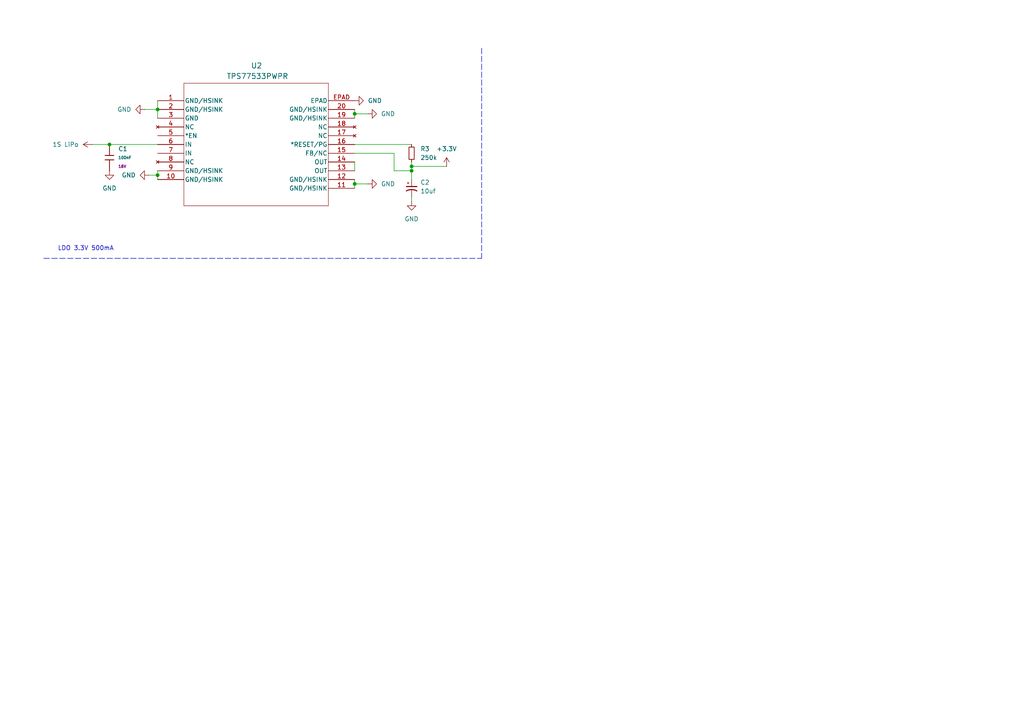
<source format=kicad_sch>
(kicad_sch (version 20250114) (generator "eeschema") (generator_version "9.0")
  (paper "A4")
  (lib_symbols
    (symbol "Device:C_Polarized_Small_US" (pin_numbers (hide yes)) (pin_names (offset 0.254) (hide yes))
      (property "Reference" "C" (at 0.254 1.778 0))
      (property "Value" "C_Polarized_Small_US" (at 0.254 -2.032 0))
      (symbol "C_Polarized_Small_US_0_1"
        (polyline (pts (xy -1.524 0.508) (xy 1.524 0.508)) (stroke (width 0.3048)))
        (polyline (pts (xy -1.27 1.524) (xy -0.762 1.524)))
        (polyline (pts (xy -1.016 1.27) (xy -1.016 1.778)))
        (arc (start -1.524 -0.762) (mid 0 -0.3734) (end 1.524 -0.762) (stroke (width 0.3048)))
      )
      (symbol "C_Polarized_Small_US_1_1"
        (pin passive line (at 0 2.54 270) (length 2.032) (name "~") (number "1"))
        (pin passive line (at 0 -2.54 90) (length 2.032) (name "~") (number "2"))
      )
    )
    (symbol "Device:R_Small" (pin_numbers (hide yes)) (pin_names (offset 0.254) (hide yes))
      (property "Reference" "R" (at 0.762 0.508 0))
      (property "Value" "R_Small" (at 0.762 -1.016 0))
      (symbol "R_Small_0_1"
        (rectangle (start -0.762 1.778) (end 0.762 -1.778) (stroke (width 0.2032)))
      )
      (symbol "R_Small_1_1"
        (pin passive line (at 0 2.54 270) (length 0.762) (name "~") (number "1"))
        (pin passive line (at 0 -2.54 90) (length 0.762) (name "~") (number "2"))
      )
    )
    (symbol "PCM_JLCPCB-Capacitors:0402,100nF" (pin_numbers (hide yes)) (pin_names (offset 0))
      (property "Reference" "C" (at 2.032 1.668 0))
      (property "Value" "100nF" (at 2.032 -0.3782 0))
      (property "Voltage Rated" "16V" (at 2.032 -2.0462 0))
      (symbol "0402,100nF_0_1"
        (polyline (pts (xy -1.27 0.635) (xy 1.27 0.635)) (stroke (width 0.254)))
        (polyline (pts (xy -1.27 -0.635) (xy 1.27 -0.635)) (stroke (width 0.254)))
      )
      (symbol "0402,100nF_1_1"
        (pin passive line (at 0 3.81 270) (length 3.175) (name "~") (number "1"))
        (pin passive line (at 0 -3.81 90) (length 3.175) (name "~") (number "2"))
      )
    )
    (symbol "TPS77533PWPR:TPS77533PWPR" (pin_names (offset 0.254))
      (property "Reference" "U2" (at 28.702 10.16 0))
      (property "Value" "TPS77533PWPR" (at 28.956 7.112 0))
      (symbol "TPS77533PWPR_0_1"
        (polyline (pts (xy 7.62 5.08) (xy 7.62 -30.48)) (stroke (width 0.127)))
        (polyline (pts (xy 7.62 -30.48) (xy 49.53 -30.48)) (stroke (width 0.127)))
        (polyline (pts (xy 49.53 5.08) (xy 7.62 5.08)) (stroke (width 0.127)))
        (polyline (pts (xy 49.53 -30.48) (xy 49.53 5.08)) (stroke (width 0.127)))
        (pin power_in line (at 0 0 0) (length 7.62) (name "GND/HSINK") (number "1"))
        (pin power_in line (at 0 -2.54 0) (length 7.62) (name "GND/HSINK") (number "2"))
        (pin power_in line (at 0 -5.08 0) (length 7.62) (name "GND") (number "3"))
        (pin no_connect line (at 0 -7.62 0) (length 7.62) (name "NC") (number "4"))
        (pin unspecified line (at 0 -10.16 0) (length 7.62) (name "*EN") (number "5"))
        (pin input line (at 0 -12.7 0) (length 7.62) (name "IN") (number "6"))
        (pin input line (at 0 -15.24 0) (length 7.62) (name "IN") (number "7"))
        (pin no_connect line (at 0 -17.78 0) (length 7.62) (name "NC") (number "8"))
        (pin power_in line (at 0 -20.32 0) (length 7.62) (name "GND/HSINK") (number "9"))
        (pin power_in line (at 0 -22.86 0) (length 7.62) (name "GND/HSINK") (number "10"))
        (pin unspecified line (at 57.15 0 180) (length 7.62) (name "EPAD") (number "EPAD"))
        (pin power_in line (at 57.15 -2.54 180) (length 7.62) (name "GND/HSINK") (number "20"))
        (pin power_in line (at 57.15 -5.08 180) (length 7.62) (name "GND/HSINK") (number "19"))
        (pin no_connect line (at 57.15 -7.62 180) (length 7.62) (name "NC") (number "18"))
        (pin no_connect line (at 57.15 -10.16 180) (length 7.62) (name "NC") (number "17"))
        (pin unspecified line (at 57.15 -12.7 180) (length 7.62) (name "*RESET/PG") (number "16"))
        (pin unspecified line (at 57.15 -15.24 180) (length 7.62) (name "FB/NC") (number "15"))
        (pin output line (at 57.15 -17.78 180) (length 7.62) (name "OUT") (number "14"))
        (pin output line (at 57.15 -20.32 180) (length 7.62) (name "OUT") (number "13"))
        (pin power_in line (at 57.15 -22.86 180) (length 7.62) (name "GND/HSINK") (number "12"))
        (pin power_in line (at 57.15 -25.4 180) (length 7.62) (name "GND/HSINK") (number "11"))
      )
    )
    (symbol "power:+3.3V" (power) (pin_numbers (hide yes)) (pin_names (offset 0) (hide yes))
      (property "Value" "+3.3V" (at 0 3.556 0))
      (symbol "+3.3V_0_1"
        (polyline (pts (xy -0.762 1.27) (xy 0 2.54)))
        (polyline (pts (xy 0 2.54) (xy 0.762 1.27)))
        (polyline (pts (xy 0 0) (xy 0 2.54)))
      )
      (symbol "+3.3V_1_1"
        (pin power_in line (at 0 0 90) (length 0) (name "~") (number "1"))
      )
    )
    (symbol "power:+3.3VP" (power) (pin_numbers (hide yes)) (pin_names (offset 0) (hide yes))
      (property "Value" "+3.3VP" (at 0 3.556 0))
      (symbol "+3.3VP_0_0"
        (pin power_in line (at 0 0 90) (length 0) (name "~") (number "1"))
      )
      (symbol "+3.3VP_0_1"
        (polyline (pts (xy -0.762 1.27) (xy 0 2.54)))
        (polyline (pts (xy 0 2.54) (xy 0.762 1.27)))
        (polyline (pts (xy 0 0) (xy 0 2.54)))
      )
    )
    (symbol "power:GND" (power) (pin_numbers (hide yes)) (pin_names (offset 0) (hide yes))
      (property "Value" "GND" (at 0 -3.81 0))
      (symbol "GND_0_1"
        (polyline (pts (xy 0 0) (xy 0 -1.27) (xy 1.27 -1.27) (xy 0 -2.54) (xy -1.27 -1.27) (xy 0 -1.27)))
      )
      (symbol "GND_1_1"
        (pin power_in line (at 0 0 270) (length 0) (name "~") (number "1"))
      )
    )
  )
  (text "LDO 3.3V 500mA\n" (at 24.892 72.136 0) (effects (font (size 1.27 1.27))))
  (junction (at 119.38 49.53))
  (junction (at 102.87 33.02))
  (junction (at 31.75 41.91))
  (junction (at 45.72 31.75))
  (junction (at 102.87 53.34))
  (junction (at 119.38 48.26))
  (junction (at 45.72 50.8))
  (wire (pts (xy 119.38 48.26) (xy 119.38 49.53)))
  (wire (pts (xy 102.87 41.91) (xy 119.38 41.91)))
  (polyline (pts (xy 139.7 13.97) (xy 139.7 74.93)) (stroke (width 0) (type dash)))
  (wire (pts (xy 45.72 29.21) (xy 45.72 31.75)))
  (wire (pts (xy 45.72 49.53) (xy 45.72 50.8)))
  (wire (pts (xy 102.87 53.34) (xy 102.87 52.07)))
  (wire (pts (xy 45.72 50.8) (xy 43.18 50.8)))
  (wire (pts (xy 102.87 33.02) (xy 102.87 34.29)))
  (wire (pts (xy 106.68 33.02) (xy 102.87 33.02)))
  (wire (pts (xy 102.87 53.34) (xy 102.87 54.61)))
  (wire (pts (xy 45.72 31.75) (xy 45.72 34.29)))
  (wire (pts (xy 26.67 41.91) (xy 31.75 41.91)))
  (wire (pts (xy 119.38 48.26) (xy 129.54 48.26)))
  (wire (pts (xy 41.91 31.75) (xy 45.72 31.75)))
  (wire (pts (xy 31.75 41.91) (xy 45.72 41.91)))
  (wire (pts (xy 102.87 53.34) (xy 106.68 53.34)))
  (wire (pts (xy 45.72 50.8) (xy 45.72 52.07)))
  (wire (pts (xy 119.38 46.99) (xy 119.38 48.26)))
  (wire (pts (xy 102.87 31.75) (xy 102.87 33.02)))
  (wire (pts (xy 114.3 44.45) (xy 114.3 49.53)))
  (wire (pts (xy 102.87 44.45) (xy 114.3 44.45)))
  (wire (pts (xy 114.3 49.53) (xy 119.38 49.53)))
  (wire (pts (xy 119.38 57.15) (xy 119.38 58.42)))
  (wire (pts (xy 102.87 46.99) (xy 102.87 49.53)))
  (wire (pts (xy 119.38 49.53) (xy 119.38 52.07)))
  (polyline (pts (xy 12.7 74.93) (xy 139.7 74.93)) (stroke (width 0) (type dash)))
  (symbol (lib_id "TPS77533PWPR:TPS77533PWPR") (at 45.72 29.21 0) (unit 1)
    (property "Reference" "U2" (at 74.422 19.05 0) (effects (font (size 1.524 1.524))))
    (property "Value" "TPS77533PWPR" (at 74.676 22.098 0) (effects (font (size 1.524 1.524))))
    (property "Footprint" "PWP20_3P38X2P4" (effects (hide yes)))
    (property "Datasheet" "TPS77533PWPR" (effects (hide yes)))
  )
  (symbol (lib_id "power:GND") (at 106.68 33.02 90) (unit 1)
    (property "Reference" "#PWR03" (effects (hide yes)))
    (property "Value" "GND" (at 110.49 33.0199 90) (effects (justify right)))
    (property "Description" "Power symbol creates a global label with name \"GND\" , ground" (effects (hide yes)))
  )
  (symbol (lib_id "power:GND") (at 119.38 58.42 0) (unit 1)
    (property "Reference" "#PWR07" (effects (hide yes)))
    (property "Value" "GND" (at 119.38 63.5 0))
    (property "Description" "Power symbol creates a global label with name \"GND\" , ground" (effects (hide yes)))
  )
  (symbol (lib_id "Device:R_Small") (at 119.38 44.45 0) (unit 1)
    (property "Reference" "R3" (at 121.92 43.1799 0) (effects (justify left)))
    (property "Value" "250k" (at 121.92 45.7199 0) (effects (justify left)))
    (property "Footprint" "PCM_JLCPCB:R_1206" (effects (hide yes)))
    (property "Description" "Viking Tech ARG06BTC2503N" (effects (hide yes)))
    (property "LCSC" "C2828893" (effects (hide yes)))
  )
  (symbol (lib_id "power:GND") (at 106.68 53.34 90) (unit 1)
    (property "Reference" "#PWR04" (effects (hide yes)))
    (property "Value" "GND" (at 110.49 53.3399 90) (effects (justify right)))
    (property "Description" "Power symbol creates a global label with name \"GND\" , ground" (effects (hide yes)))
  )
  (symbol (lib_id "power:GND") (at 102.87 29.21 90) (unit 1)
    (property "Reference" "#PWR09" (effects (hide yes)))
    (property "Value" "GND" (at 106.68 29.2099 90) (effects (justify right)))
    (property "Description" "Power symbol creates a global label with name \"GND\" , ground" (effects (hide yes)))
  )
  (symbol (lib_id "Device:C_Polarized_Small_US") (at 119.38 54.61 0) (unit 1)
    (property "Reference" "C2" (at 121.92 52.9081 0) (effects (justify left)))
    (property "Value" "10uf" (at 121.92 55.4481 0) (effects (justify left)))
    (property "Footprint" "PCM_JLCPCB:C_0805" (effects (hide yes)))
    (property "Datasheet" "https://lcsc.com/product-detail/Tantalum-Capacitors_KEMET-T529P106M010AAE200_C696821.html?s_z=n_10uf" (effects (hide yes)))
    (property "Description" "Polarized capacitor, small US symbol" (effects (hide yes)))
    (property "LCSC" "C696821" (effects (hide yes)))
  )
  (symbol (lib_id "power:+3.3V") (at 129.54 48.26 0) (unit 1)
    (property "Reference" "#PWR08" (effects (hide yes)))
    (property "Value" "+3.3V" (at 129.54 43.18 0))
    (property "Description" "Power symbol creates a global label with name \"+3.3V\"" (effects (hide yes)))
  )
  (symbol (lib_id "power:GND") (at 41.91 31.75 270) (unit 1)
    (property "Reference" "#PWR02" (effects (hide yes)))
    (property "Value" "GND" (at 38.1 31.7499 90) (effects (justify right)))
    (property "Description" "Power symbol creates a global label with name \"GND\" , ground" (effects (hide yes)))
  )
  (symbol (lib_id "power:GND") (at 31.75 49.53 0) (unit 1)
    (property "Reference" "#PWR06" (effects (hide yes)))
    (property "Value" "GND" (at 31.75 54.61 0))
    (property "Description" "Power symbol creates a global label with name \"GND\" , ground" (effects (hide yes)))
  )
  (symbol (lib_id "PCM_JLCPCB-Capacitors:0402,100nF") (at 31.75 45.72 0) (unit 1)
    (property "Reference" "C1" (at 34.29 43.1799 0) (effects (justify left)))
    (property "Value" "100nF" (at 34.29 45.72 0) (effects (font (size 0.8 0.8)) (justify left)))
    (property "Footprint" "PCM_JLCPCB:C_0402" (effects (hide yes)))
    (property "Datasheet" "https://www.lcsc.com/datasheet/lcsc_datasheet_2304140030_Samsung-Electro-Mechanics-CL05B104KO5NNNC_C1525.pdf" (effects (hide yes)))
    (property "Description" "16V 100nF X7R ±10% 0402 Multilayer Ceramic Capacitors MLCC - SMD/SMT ROHS" (effects (hide yes)))
    (property "LCSC" "C1525" (effects (hide yes)))
    (property "Stock" "21618579" (effects (hide yes)))
    (property "Price" "0.004USD" (effects (hide yes)))
    (property "Process" "SMT" (effects (hide yes)))
    (property "Minimum Qty" "20" (effects (hide yes)))
    (property "Attrition Qty" "10" (effects (hide yes)))
    (property "Class" "Basic Component" (effects (hide yes)))
    (property "Category" "Capacitors,Multilayer Ceramic Capacitors MLCC - SMD/SMT" (effects (hide yes)))
    (property "Manufacturer" "Samsung Electro-Mechanics" (effects (hide yes)))
    (property "Part" "CL05B104KO5NNNC" (effects (hide yes)))
    (property "Voltage Rated" "16V" (at 34.29 48.26 0) (effects (font (size 0.8 0.8)) (justify left)))
    (property "Tolerance" "±10%" (effects (hide yes)))
    (property "Capacitance" "100nF" (effects (hide yes)))
    (property "Temperature Coefficient" "X7R" (effects (hide yes)))
  )
  (symbol (lib_id "power:+3.3VP") (at 26.67 41.91 90) (unit 1)
    (property "Reference" "#PWR05" (effects (hide yes)))
    (property "Value" "1S LiPo" (at 22.86 41.9099 90) (effects (justify left)))
    (property "Description" "Power symbol creates a global label with name \"+3.3VP\"" (effects (hide yes)))
  )
  (symbol (lib_id "power:GND") (at 43.18 50.8 270) (unit 1)
    (property "Reference" "#PWR01" (effects (hide yes)))
    (property "Value" "GND" (at 39.37 50.7999 90) (effects (justify right)))
    (property "Description" "Power symbol creates a global label with name \"GND\" , ground" (effects (hide yes)))
  )
)
</source>
